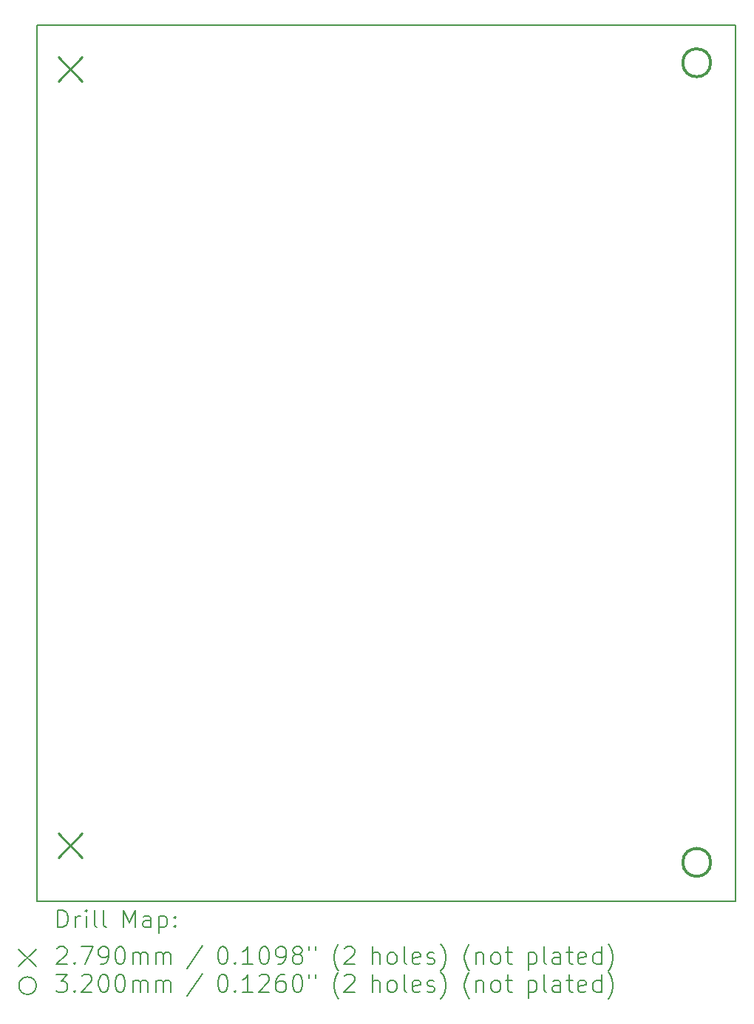
<source format=gbr>
%TF.GenerationSoftware,KiCad,Pcbnew,(7.0.0)*%
%TF.CreationDate,2023-12-30T21:58:16+02:00*%
%TF.ProjectId,alu,616c752e-6b69-4636-9164-5f7063625858,rev?*%
%TF.SameCoordinates,Original*%
%TF.FileFunction,Drillmap*%
%TF.FilePolarity,Positive*%
%FSLAX45Y45*%
G04 Gerber Fmt 4.5, Leading zero omitted, Abs format (unit mm)*
G04 Created by KiCad (PCBNEW (7.0.0)) date 2023-12-30 21:58:16*
%MOMM*%
%LPD*%
G01*
G04 APERTURE LIST*
%ADD10C,0.150000*%
%ADD11C,0.200000*%
%ADD12C,0.279000*%
%ADD13C,0.320000*%
G04 APERTURE END LIST*
D10*
X3810000Y-2667000D02*
X11811000Y-2667000D01*
X11811000Y-2667000D02*
X11811000Y-12700000D01*
X11811000Y-12700000D02*
X3810000Y-12700000D01*
X3810000Y-12700000D02*
X3810000Y-2667000D01*
D11*
D12*
X4051500Y-3035500D02*
X4330500Y-3314500D01*
X4330500Y-3035500D02*
X4051500Y-3314500D01*
X4051500Y-11925500D02*
X4330500Y-12204500D01*
X4330500Y-11925500D02*
X4051500Y-12204500D01*
D13*
X11526500Y-3098800D02*
G75*
G03*
X11526500Y-3098800I-160000J0D01*
G01*
X11526500Y-12255500D02*
G75*
G03*
X11526500Y-12255500I-160000J0D01*
G01*
D11*
X4050119Y-13000976D02*
X4050119Y-12800976D01*
X4050119Y-12800976D02*
X4097738Y-12800976D01*
X4097738Y-12800976D02*
X4126309Y-12810500D01*
X4126309Y-12810500D02*
X4145357Y-12829548D01*
X4145357Y-12829548D02*
X4154881Y-12848595D01*
X4154881Y-12848595D02*
X4164405Y-12886690D01*
X4164405Y-12886690D02*
X4164405Y-12915262D01*
X4164405Y-12915262D02*
X4154881Y-12953357D01*
X4154881Y-12953357D02*
X4145357Y-12972405D01*
X4145357Y-12972405D02*
X4126309Y-12991452D01*
X4126309Y-12991452D02*
X4097738Y-13000976D01*
X4097738Y-13000976D02*
X4050119Y-13000976D01*
X4250119Y-13000976D02*
X4250119Y-12867643D01*
X4250119Y-12905738D02*
X4259643Y-12886690D01*
X4259643Y-12886690D02*
X4269167Y-12877167D01*
X4269167Y-12877167D02*
X4288214Y-12867643D01*
X4288214Y-12867643D02*
X4307262Y-12867643D01*
X4373929Y-13000976D02*
X4373929Y-12867643D01*
X4373929Y-12800976D02*
X4364405Y-12810500D01*
X4364405Y-12810500D02*
X4373929Y-12820024D01*
X4373929Y-12820024D02*
X4383452Y-12810500D01*
X4383452Y-12810500D02*
X4373929Y-12800976D01*
X4373929Y-12800976D02*
X4373929Y-12820024D01*
X4497738Y-13000976D02*
X4478690Y-12991452D01*
X4478690Y-12991452D02*
X4469167Y-12972405D01*
X4469167Y-12972405D02*
X4469167Y-12800976D01*
X4602500Y-13000976D02*
X4583452Y-12991452D01*
X4583452Y-12991452D02*
X4573929Y-12972405D01*
X4573929Y-12972405D02*
X4573929Y-12800976D01*
X4798690Y-13000976D02*
X4798690Y-12800976D01*
X4798690Y-12800976D02*
X4865357Y-12943833D01*
X4865357Y-12943833D02*
X4932024Y-12800976D01*
X4932024Y-12800976D02*
X4932024Y-13000976D01*
X5112976Y-13000976D02*
X5112976Y-12896214D01*
X5112976Y-12896214D02*
X5103452Y-12877167D01*
X5103452Y-12877167D02*
X5084405Y-12867643D01*
X5084405Y-12867643D02*
X5046309Y-12867643D01*
X5046309Y-12867643D02*
X5027262Y-12877167D01*
X5112976Y-12991452D02*
X5093929Y-13000976D01*
X5093929Y-13000976D02*
X5046309Y-13000976D01*
X5046309Y-13000976D02*
X5027262Y-12991452D01*
X5027262Y-12991452D02*
X5017738Y-12972405D01*
X5017738Y-12972405D02*
X5017738Y-12953357D01*
X5017738Y-12953357D02*
X5027262Y-12934309D01*
X5027262Y-12934309D02*
X5046309Y-12924786D01*
X5046309Y-12924786D02*
X5093929Y-12924786D01*
X5093929Y-12924786D02*
X5112976Y-12915262D01*
X5208214Y-12867643D02*
X5208214Y-13067643D01*
X5208214Y-12877167D02*
X5227262Y-12867643D01*
X5227262Y-12867643D02*
X5265357Y-12867643D01*
X5265357Y-12867643D02*
X5284405Y-12877167D01*
X5284405Y-12877167D02*
X5293929Y-12886690D01*
X5293929Y-12886690D02*
X5303452Y-12905738D01*
X5303452Y-12905738D02*
X5303452Y-12962881D01*
X5303452Y-12962881D02*
X5293929Y-12981928D01*
X5293929Y-12981928D02*
X5284405Y-12991452D01*
X5284405Y-12991452D02*
X5265357Y-13000976D01*
X5265357Y-13000976D02*
X5227262Y-13000976D01*
X5227262Y-13000976D02*
X5208214Y-12991452D01*
X5389167Y-12981928D02*
X5398690Y-12991452D01*
X5398690Y-12991452D02*
X5389167Y-13000976D01*
X5389167Y-13000976D02*
X5379643Y-12991452D01*
X5379643Y-12991452D02*
X5389167Y-12981928D01*
X5389167Y-12981928D02*
X5389167Y-13000976D01*
X5389167Y-12877167D02*
X5398690Y-12886690D01*
X5398690Y-12886690D02*
X5389167Y-12896214D01*
X5389167Y-12896214D02*
X5379643Y-12886690D01*
X5379643Y-12886690D02*
X5389167Y-12877167D01*
X5389167Y-12877167D02*
X5389167Y-12896214D01*
X3602500Y-13247500D02*
X3802500Y-13447500D01*
X3802500Y-13247500D02*
X3602500Y-13447500D01*
X4040595Y-13240024D02*
X4050119Y-13230500D01*
X4050119Y-13230500D02*
X4069167Y-13220976D01*
X4069167Y-13220976D02*
X4116786Y-13220976D01*
X4116786Y-13220976D02*
X4135833Y-13230500D01*
X4135833Y-13230500D02*
X4145357Y-13240024D01*
X4145357Y-13240024D02*
X4154881Y-13259071D01*
X4154881Y-13259071D02*
X4154881Y-13278119D01*
X4154881Y-13278119D02*
X4145357Y-13306690D01*
X4145357Y-13306690D02*
X4031071Y-13420976D01*
X4031071Y-13420976D02*
X4154881Y-13420976D01*
X4240595Y-13401928D02*
X4250119Y-13411452D01*
X4250119Y-13411452D02*
X4240595Y-13420976D01*
X4240595Y-13420976D02*
X4231071Y-13411452D01*
X4231071Y-13411452D02*
X4240595Y-13401928D01*
X4240595Y-13401928D02*
X4240595Y-13420976D01*
X4316786Y-13220976D02*
X4450119Y-13220976D01*
X4450119Y-13220976D02*
X4364405Y-13420976D01*
X4535833Y-13420976D02*
X4573929Y-13420976D01*
X4573929Y-13420976D02*
X4592976Y-13411452D01*
X4592976Y-13411452D02*
X4602500Y-13401928D01*
X4602500Y-13401928D02*
X4621548Y-13373357D01*
X4621548Y-13373357D02*
X4631071Y-13335262D01*
X4631071Y-13335262D02*
X4631071Y-13259071D01*
X4631071Y-13259071D02*
X4621548Y-13240024D01*
X4621548Y-13240024D02*
X4612024Y-13230500D01*
X4612024Y-13230500D02*
X4592976Y-13220976D01*
X4592976Y-13220976D02*
X4554881Y-13220976D01*
X4554881Y-13220976D02*
X4535833Y-13230500D01*
X4535833Y-13230500D02*
X4526310Y-13240024D01*
X4526310Y-13240024D02*
X4516786Y-13259071D01*
X4516786Y-13259071D02*
X4516786Y-13306690D01*
X4516786Y-13306690D02*
X4526310Y-13325738D01*
X4526310Y-13325738D02*
X4535833Y-13335262D01*
X4535833Y-13335262D02*
X4554881Y-13344786D01*
X4554881Y-13344786D02*
X4592976Y-13344786D01*
X4592976Y-13344786D02*
X4612024Y-13335262D01*
X4612024Y-13335262D02*
X4621548Y-13325738D01*
X4621548Y-13325738D02*
X4631071Y-13306690D01*
X4754881Y-13220976D02*
X4773929Y-13220976D01*
X4773929Y-13220976D02*
X4792976Y-13230500D01*
X4792976Y-13230500D02*
X4802500Y-13240024D01*
X4802500Y-13240024D02*
X4812024Y-13259071D01*
X4812024Y-13259071D02*
X4821548Y-13297167D01*
X4821548Y-13297167D02*
X4821548Y-13344786D01*
X4821548Y-13344786D02*
X4812024Y-13382881D01*
X4812024Y-13382881D02*
X4802500Y-13401928D01*
X4802500Y-13401928D02*
X4792976Y-13411452D01*
X4792976Y-13411452D02*
X4773929Y-13420976D01*
X4773929Y-13420976D02*
X4754881Y-13420976D01*
X4754881Y-13420976D02*
X4735833Y-13411452D01*
X4735833Y-13411452D02*
X4726310Y-13401928D01*
X4726310Y-13401928D02*
X4716786Y-13382881D01*
X4716786Y-13382881D02*
X4707262Y-13344786D01*
X4707262Y-13344786D02*
X4707262Y-13297167D01*
X4707262Y-13297167D02*
X4716786Y-13259071D01*
X4716786Y-13259071D02*
X4726310Y-13240024D01*
X4726310Y-13240024D02*
X4735833Y-13230500D01*
X4735833Y-13230500D02*
X4754881Y-13220976D01*
X4907262Y-13420976D02*
X4907262Y-13287643D01*
X4907262Y-13306690D02*
X4916786Y-13297167D01*
X4916786Y-13297167D02*
X4935833Y-13287643D01*
X4935833Y-13287643D02*
X4964405Y-13287643D01*
X4964405Y-13287643D02*
X4983452Y-13297167D01*
X4983452Y-13297167D02*
X4992976Y-13316214D01*
X4992976Y-13316214D02*
X4992976Y-13420976D01*
X4992976Y-13316214D02*
X5002500Y-13297167D01*
X5002500Y-13297167D02*
X5021548Y-13287643D01*
X5021548Y-13287643D02*
X5050119Y-13287643D01*
X5050119Y-13287643D02*
X5069167Y-13297167D01*
X5069167Y-13297167D02*
X5078691Y-13316214D01*
X5078691Y-13316214D02*
X5078691Y-13420976D01*
X5173929Y-13420976D02*
X5173929Y-13287643D01*
X5173929Y-13306690D02*
X5183452Y-13297167D01*
X5183452Y-13297167D02*
X5202500Y-13287643D01*
X5202500Y-13287643D02*
X5231072Y-13287643D01*
X5231072Y-13287643D02*
X5250119Y-13297167D01*
X5250119Y-13297167D02*
X5259643Y-13316214D01*
X5259643Y-13316214D02*
X5259643Y-13420976D01*
X5259643Y-13316214D02*
X5269167Y-13297167D01*
X5269167Y-13297167D02*
X5288214Y-13287643D01*
X5288214Y-13287643D02*
X5316786Y-13287643D01*
X5316786Y-13287643D02*
X5335833Y-13297167D01*
X5335833Y-13297167D02*
X5345357Y-13316214D01*
X5345357Y-13316214D02*
X5345357Y-13420976D01*
X5703452Y-13211452D02*
X5532024Y-13468595D01*
X5928214Y-13220976D02*
X5947262Y-13220976D01*
X5947262Y-13220976D02*
X5966310Y-13230500D01*
X5966310Y-13230500D02*
X5975833Y-13240024D01*
X5975833Y-13240024D02*
X5985357Y-13259071D01*
X5985357Y-13259071D02*
X5994881Y-13297167D01*
X5994881Y-13297167D02*
X5994881Y-13344786D01*
X5994881Y-13344786D02*
X5985357Y-13382881D01*
X5985357Y-13382881D02*
X5975833Y-13401928D01*
X5975833Y-13401928D02*
X5966310Y-13411452D01*
X5966310Y-13411452D02*
X5947262Y-13420976D01*
X5947262Y-13420976D02*
X5928214Y-13420976D01*
X5928214Y-13420976D02*
X5909167Y-13411452D01*
X5909167Y-13411452D02*
X5899643Y-13401928D01*
X5899643Y-13401928D02*
X5890119Y-13382881D01*
X5890119Y-13382881D02*
X5880595Y-13344786D01*
X5880595Y-13344786D02*
X5880595Y-13297167D01*
X5880595Y-13297167D02*
X5890119Y-13259071D01*
X5890119Y-13259071D02*
X5899643Y-13240024D01*
X5899643Y-13240024D02*
X5909167Y-13230500D01*
X5909167Y-13230500D02*
X5928214Y-13220976D01*
X6080595Y-13401928D02*
X6090119Y-13411452D01*
X6090119Y-13411452D02*
X6080595Y-13420976D01*
X6080595Y-13420976D02*
X6071071Y-13411452D01*
X6071071Y-13411452D02*
X6080595Y-13401928D01*
X6080595Y-13401928D02*
X6080595Y-13420976D01*
X6280595Y-13420976D02*
X6166310Y-13420976D01*
X6223452Y-13420976D02*
X6223452Y-13220976D01*
X6223452Y-13220976D02*
X6204405Y-13249548D01*
X6204405Y-13249548D02*
X6185357Y-13268595D01*
X6185357Y-13268595D02*
X6166310Y-13278119D01*
X6404405Y-13220976D02*
X6423452Y-13220976D01*
X6423452Y-13220976D02*
X6442500Y-13230500D01*
X6442500Y-13230500D02*
X6452024Y-13240024D01*
X6452024Y-13240024D02*
X6461548Y-13259071D01*
X6461548Y-13259071D02*
X6471071Y-13297167D01*
X6471071Y-13297167D02*
X6471071Y-13344786D01*
X6471071Y-13344786D02*
X6461548Y-13382881D01*
X6461548Y-13382881D02*
X6452024Y-13401928D01*
X6452024Y-13401928D02*
X6442500Y-13411452D01*
X6442500Y-13411452D02*
X6423452Y-13420976D01*
X6423452Y-13420976D02*
X6404405Y-13420976D01*
X6404405Y-13420976D02*
X6385357Y-13411452D01*
X6385357Y-13411452D02*
X6375833Y-13401928D01*
X6375833Y-13401928D02*
X6366310Y-13382881D01*
X6366310Y-13382881D02*
X6356786Y-13344786D01*
X6356786Y-13344786D02*
X6356786Y-13297167D01*
X6356786Y-13297167D02*
X6366310Y-13259071D01*
X6366310Y-13259071D02*
X6375833Y-13240024D01*
X6375833Y-13240024D02*
X6385357Y-13230500D01*
X6385357Y-13230500D02*
X6404405Y-13220976D01*
X6566310Y-13420976D02*
X6604405Y-13420976D01*
X6604405Y-13420976D02*
X6623452Y-13411452D01*
X6623452Y-13411452D02*
X6632976Y-13401928D01*
X6632976Y-13401928D02*
X6652024Y-13373357D01*
X6652024Y-13373357D02*
X6661548Y-13335262D01*
X6661548Y-13335262D02*
X6661548Y-13259071D01*
X6661548Y-13259071D02*
X6652024Y-13240024D01*
X6652024Y-13240024D02*
X6642500Y-13230500D01*
X6642500Y-13230500D02*
X6623452Y-13220976D01*
X6623452Y-13220976D02*
X6585357Y-13220976D01*
X6585357Y-13220976D02*
X6566310Y-13230500D01*
X6566310Y-13230500D02*
X6556786Y-13240024D01*
X6556786Y-13240024D02*
X6547262Y-13259071D01*
X6547262Y-13259071D02*
X6547262Y-13306690D01*
X6547262Y-13306690D02*
X6556786Y-13325738D01*
X6556786Y-13325738D02*
X6566310Y-13335262D01*
X6566310Y-13335262D02*
X6585357Y-13344786D01*
X6585357Y-13344786D02*
X6623452Y-13344786D01*
X6623452Y-13344786D02*
X6642500Y-13335262D01*
X6642500Y-13335262D02*
X6652024Y-13325738D01*
X6652024Y-13325738D02*
X6661548Y-13306690D01*
X6775833Y-13306690D02*
X6756786Y-13297167D01*
X6756786Y-13297167D02*
X6747262Y-13287643D01*
X6747262Y-13287643D02*
X6737738Y-13268595D01*
X6737738Y-13268595D02*
X6737738Y-13259071D01*
X6737738Y-13259071D02*
X6747262Y-13240024D01*
X6747262Y-13240024D02*
X6756786Y-13230500D01*
X6756786Y-13230500D02*
X6775833Y-13220976D01*
X6775833Y-13220976D02*
X6813929Y-13220976D01*
X6813929Y-13220976D02*
X6832976Y-13230500D01*
X6832976Y-13230500D02*
X6842500Y-13240024D01*
X6842500Y-13240024D02*
X6852024Y-13259071D01*
X6852024Y-13259071D02*
X6852024Y-13268595D01*
X6852024Y-13268595D02*
X6842500Y-13287643D01*
X6842500Y-13287643D02*
X6832976Y-13297167D01*
X6832976Y-13297167D02*
X6813929Y-13306690D01*
X6813929Y-13306690D02*
X6775833Y-13306690D01*
X6775833Y-13306690D02*
X6756786Y-13316214D01*
X6756786Y-13316214D02*
X6747262Y-13325738D01*
X6747262Y-13325738D02*
X6737738Y-13344786D01*
X6737738Y-13344786D02*
X6737738Y-13382881D01*
X6737738Y-13382881D02*
X6747262Y-13401928D01*
X6747262Y-13401928D02*
X6756786Y-13411452D01*
X6756786Y-13411452D02*
X6775833Y-13420976D01*
X6775833Y-13420976D02*
X6813929Y-13420976D01*
X6813929Y-13420976D02*
X6832976Y-13411452D01*
X6832976Y-13411452D02*
X6842500Y-13401928D01*
X6842500Y-13401928D02*
X6852024Y-13382881D01*
X6852024Y-13382881D02*
X6852024Y-13344786D01*
X6852024Y-13344786D02*
X6842500Y-13325738D01*
X6842500Y-13325738D02*
X6832976Y-13316214D01*
X6832976Y-13316214D02*
X6813929Y-13306690D01*
X6928214Y-13220976D02*
X6928214Y-13259071D01*
X7004405Y-13220976D02*
X7004405Y-13259071D01*
X7267262Y-13497167D02*
X7257738Y-13487643D01*
X7257738Y-13487643D02*
X7238691Y-13459071D01*
X7238691Y-13459071D02*
X7229167Y-13440024D01*
X7229167Y-13440024D02*
X7219643Y-13411452D01*
X7219643Y-13411452D02*
X7210119Y-13363833D01*
X7210119Y-13363833D02*
X7210119Y-13325738D01*
X7210119Y-13325738D02*
X7219643Y-13278119D01*
X7219643Y-13278119D02*
X7229167Y-13249548D01*
X7229167Y-13249548D02*
X7238691Y-13230500D01*
X7238691Y-13230500D02*
X7257738Y-13201928D01*
X7257738Y-13201928D02*
X7267262Y-13192405D01*
X7333929Y-13240024D02*
X7343452Y-13230500D01*
X7343452Y-13230500D02*
X7362500Y-13220976D01*
X7362500Y-13220976D02*
X7410119Y-13220976D01*
X7410119Y-13220976D02*
X7429167Y-13230500D01*
X7429167Y-13230500D02*
X7438691Y-13240024D01*
X7438691Y-13240024D02*
X7448214Y-13259071D01*
X7448214Y-13259071D02*
X7448214Y-13278119D01*
X7448214Y-13278119D02*
X7438691Y-13306690D01*
X7438691Y-13306690D02*
X7324405Y-13420976D01*
X7324405Y-13420976D02*
X7448214Y-13420976D01*
X7653929Y-13420976D02*
X7653929Y-13220976D01*
X7739643Y-13420976D02*
X7739643Y-13316214D01*
X7739643Y-13316214D02*
X7730119Y-13297167D01*
X7730119Y-13297167D02*
X7711072Y-13287643D01*
X7711072Y-13287643D02*
X7682500Y-13287643D01*
X7682500Y-13287643D02*
X7663452Y-13297167D01*
X7663452Y-13297167D02*
X7653929Y-13306690D01*
X7863452Y-13420976D02*
X7844405Y-13411452D01*
X7844405Y-13411452D02*
X7834881Y-13401928D01*
X7834881Y-13401928D02*
X7825357Y-13382881D01*
X7825357Y-13382881D02*
X7825357Y-13325738D01*
X7825357Y-13325738D02*
X7834881Y-13306690D01*
X7834881Y-13306690D02*
X7844405Y-13297167D01*
X7844405Y-13297167D02*
X7863452Y-13287643D01*
X7863452Y-13287643D02*
X7892024Y-13287643D01*
X7892024Y-13287643D02*
X7911072Y-13297167D01*
X7911072Y-13297167D02*
X7920595Y-13306690D01*
X7920595Y-13306690D02*
X7930119Y-13325738D01*
X7930119Y-13325738D02*
X7930119Y-13382881D01*
X7930119Y-13382881D02*
X7920595Y-13401928D01*
X7920595Y-13401928D02*
X7911072Y-13411452D01*
X7911072Y-13411452D02*
X7892024Y-13420976D01*
X7892024Y-13420976D02*
X7863452Y-13420976D01*
X8044405Y-13420976D02*
X8025357Y-13411452D01*
X8025357Y-13411452D02*
X8015833Y-13392405D01*
X8015833Y-13392405D02*
X8015833Y-13220976D01*
X8196786Y-13411452D02*
X8177738Y-13420976D01*
X8177738Y-13420976D02*
X8139643Y-13420976D01*
X8139643Y-13420976D02*
X8120595Y-13411452D01*
X8120595Y-13411452D02*
X8111072Y-13392405D01*
X8111072Y-13392405D02*
X8111072Y-13316214D01*
X8111072Y-13316214D02*
X8120595Y-13297167D01*
X8120595Y-13297167D02*
X8139643Y-13287643D01*
X8139643Y-13287643D02*
X8177738Y-13287643D01*
X8177738Y-13287643D02*
X8196786Y-13297167D01*
X8196786Y-13297167D02*
X8206310Y-13316214D01*
X8206310Y-13316214D02*
X8206310Y-13335262D01*
X8206310Y-13335262D02*
X8111072Y-13354309D01*
X8282500Y-13411452D02*
X8301548Y-13420976D01*
X8301548Y-13420976D02*
X8339643Y-13420976D01*
X8339643Y-13420976D02*
X8358691Y-13411452D01*
X8358691Y-13411452D02*
X8368214Y-13392405D01*
X8368214Y-13392405D02*
X8368214Y-13382881D01*
X8368214Y-13382881D02*
X8358691Y-13363833D01*
X8358691Y-13363833D02*
X8339643Y-13354309D01*
X8339643Y-13354309D02*
X8311072Y-13354309D01*
X8311072Y-13354309D02*
X8292024Y-13344786D01*
X8292024Y-13344786D02*
X8282500Y-13325738D01*
X8282500Y-13325738D02*
X8282500Y-13316214D01*
X8282500Y-13316214D02*
X8292024Y-13297167D01*
X8292024Y-13297167D02*
X8311072Y-13287643D01*
X8311072Y-13287643D02*
X8339643Y-13287643D01*
X8339643Y-13287643D02*
X8358691Y-13297167D01*
X8434881Y-13497167D02*
X8444405Y-13487643D01*
X8444405Y-13487643D02*
X8463453Y-13459071D01*
X8463453Y-13459071D02*
X8472976Y-13440024D01*
X8472976Y-13440024D02*
X8482500Y-13411452D01*
X8482500Y-13411452D02*
X8492024Y-13363833D01*
X8492024Y-13363833D02*
X8492024Y-13325738D01*
X8492024Y-13325738D02*
X8482500Y-13278119D01*
X8482500Y-13278119D02*
X8472976Y-13249548D01*
X8472976Y-13249548D02*
X8463453Y-13230500D01*
X8463453Y-13230500D02*
X8444405Y-13201928D01*
X8444405Y-13201928D02*
X8434881Y-13192405D01*
X8764405Y-13497167D02*
X8754881Y-13487643D01*
X8754881Y-13487643D02*
X8735834Y-13459071D01*
X8735834Y-13459071D02*
X8726310Y-13440024D01*
X8726310Y-13440024D02*
X8716786Y-13411452D01*
X8716786Y-13411452D02*
X8707262Y-13363833D01*
X8707262Y-13363833D02*
X8707262Y-13325738D01*
X8707262Y-13325738D02*
X8716786Y-13278119D01*
X8716786Y-13278119D02*
X8726310Y-13249548D01*
X8726310Y-13249548D02*
X8735834Y-13230500D01*
X8735834Y-13230500D02*
X8754881Y-13201928D01*
X8754881Y-13201928D02*
X8764405Y-13192405D01*
X8840595Y-13287643D02*
X8840595Y-13420976D01*
X8840595Y-13306690D02*
X8850119Y-13297167D01*
X8850119Y-13297167D02*
X8869167Y-13287643D01*
X8869167Y-13287643D02*
X8897738Y-13287643D01*
X8897738Y-13287643D02*
X8916786Y-13297167D01*
X8916786Y-13297167D02*
X8926310Y-13316214D01*
X8926310Y-13316214D02*
X8926310Y-13420976D01*
X9050119Y-13420976D02*
X9031072Y-13411452D01*
X9031072Y-13411452D02*
X9021548Y-13401928D01*
X9021548Y-13401928D02*
X9012024Y-13382881D01*
X9012024Y-13382881D02*
X9012024Y-13325738D01*
X9012024Y-13325738D02*
X9021548Y-13306690D01*
X9021548Y-13306690D02*
X9031072Y-13297167D01*
X9031072Y-13297167D02*
X9050119Y-13287643D01*
X9050119Y-13287643D02*
X9078691Y-13287643D01*
X9078691Y-13287643D02*
X9097738Y-13297167D01*
X9097738Y-13297167D02*
X9107262Y-13306690D01*
X9107262Y-13306690D02*
X9116786Y-13325738D01*
X9116786Y-13325738D02*
X9116786Y-13382881D01*
X9116786Y-13382881D02*
X9107262Y-13401928D01*
X9107262Y-13401928D02*
X9097738Y-13411452D01*
X9097738Y-13411452D02*
X9078691Y-13420976D01*
X9078691Y-13420976D02*
X9050119Y-13420976D01*
X9173929Y-13287643D02*
X9250119Y-13287643D01*
X9202500Y-13220976D02*
X9202500Y-13392405D01*
X9202500Y-13392405D02*
X9212024Y-13411452D01*
X9212024Y-13411452D02*
X9231072Y-13420976D01*
X9231072Y-13420976D02*
X9250119Y-13420976D01*
X9436786Y-13287643D02*
X9436786Y-13487643D01*
X9436786Y-13297167D02*
X9455834Y-13287643D01*
X9455834Y-13287643D02*
X9493929Y-13287643D01*
X9493929Y-13287643D02*
X9512976Y-13297167D01*
X9512976Y-13297167D02*
X9522500Y-13306690D01*
X9522500Y-13306690D02*
X9532024Y-13325738D01*
X9532024Y-13325738D02*
X9532024Y-13382881D01*
X9532024Y-13382881D02*
X9522500Y-13401928D01*
X9522500Y-13401928D02*
X9512976Y-13411452D01*
X9512976Y-13411452D02*
X9493929Y-13420976D01*
X9493929Y-13420976D02*
X9455834Y-13420976D01*
X9455834Y-13420976D02*
X9436786Y-13411452D01*
X9646310Y-13420976D02*
X9627262Y-13411452D01*
X9627262Y-13411452D02*
X9617738Y-13392405D01*
X9617738Y-13392405D02*
X9617738Y-13220976D01*
X9808215Y-13420976D02*
X9808215Y-13316214D01*
X9808215Y-13316214D02*
X9798691Y-13297167D01*
X9798691Y-13297167D02*
X9779643Y-13287643D01*
X9779643Y-13287643D02*
X9741548Y-13287643D01*
X9741548Y-13287643D02*
X9722500Y-13297167D01*
X9808215Y-13411452D02*
X9789167Y-13420976D01*
X9789167Y-13420976D02*
X9741548Y-13420976D01*
X9741548Y-13420976D02*
X9722500Y-13411452D01*
X9722500Y-13411452D02*
X9712976Y-13392405D01*
X9712976Y-13392405D02*
X9712976Y-13373357D01*
X9712976Y-13373357D02*
X9722500Y-13354309D01*
X9722500Y-13354309D02*
X9741548Y-13344786D01*
X9741548Y-13344786D02*
X9789167Y-13344786D01*
X9789167Y-13344786D02*
X9808215Y-13335262D01*
X9874881Y-13287643D02*
X9951072Y-13287643D01*
X9903453Y-13220976D02*
X9903453Y-13392405D01*
X9903453Y-13392405D02*
X9912976Y-13411452D01*
X9912976Y-13411452D02*
X9932024Y-13420976D01*
X9932024Y-13420976D02*
X9951072Y-13420976D01*
X10093929Y-13411452D02*
X10074881Y-13420976D01*
X10074881Y-13420976D02*
X10036786Y-13420976D01*
X10036786Y-13420976D02*
X10017738Y-13411452D01*
X10017738Y-13411452D02*
X10008215Y-13392405D01*
X10008215Y-13392405D02*
X10008215Y-13316214D01*
X10008215Y-13316214D02*
X10017738Y-13297167D01*
X10017738Y-13297167D02*
X10036786Y-13287643D01*
X10036786Y-13287643D02*
X10074881Y-13287643D01*
X10074881Y-13287643D02*
X10093929Y-13297167D01*
X10093929Y-13297167D02*
X10103453Y-13316214D01*
X10103453Y-13316214D02*
X10103453Y-13335262D01*
X10103453Y-13335262D02*
X10008215Y-13354309D01*
X10274881Y-13420976D02*
X10274881Y-13220976D01*
X10274881Y-13411452D02*
X10255834Y-13420976D01*
X10255834Y-13420976D02*
X10217738Y-13420976D01*
X10217738Y-13420976D02*
X10198691Y-13411452D01*
X10198691Y-13411452D02*
X10189167Y-13401928D01*
X10189167Y-13401928D02*
X10179643Y-13382881D01*
X10179643Y-13382881D02*
X10179643Y-13325738D01*
X10179643Y-13325738D02*
X10189167Y-13306690D01*
X10189167Y-13306690D02*
X10198691Y-13297167D01*
X10198691Y-13297167D02*
X10217738Y-13287643D01*
X10217738Y-13287643D02*
X10255834Y-13287643D01*
X10255834Y-13287643D02*
X10274881Y-13297167D01*
X10351072Y-13497167D02*
X10360596Y-13487643D01*
X10360596Y-13487643D02*
X10379643Y-13459071D01*
X10379643Y-13459071D02*
X10389167Y-13440024D01*
X10389167Y-13440024D02*
X10398691Y-13411452D01*
X10398691Y-13411452D02*
X10408215Y-13363833D01*
X10408215Y-13363833D02*
X10408215Y-13325738D01*
X10408215Y-13325738D02*
X10398691Y-13278119D01*
X10398691Y-13278119D02*
X10389167Y-13249548D01*
X10389167Y-13249548D02*
X10379643Y-13230500D01*
X10379643Y-13230500D02*
X10360596Y-13201928D01*
X10360596Y-13201928D02*
X10351072Y-13192405D01*
X3802500Y-13667500D02*
G75*
G03*
X3802500Y-13667500I-100000J0D01*
G01*
X4031071Y-13540976D02*
X4154881Y-13540976D01*
X4154881Y-13540976D02*
X4088214Y-13617167D01*
X4088214Y-13617167D02*
X4116786Y-13617167D01*
X4116786Y-13617167D02*
X4135833Y-13626690D01*
X4135833Y-13626690D02*
X4145357Y-13636214D01*
X4145357Y-13636214D02*
X4154881Y-13655262D01*
X4154881Y-13655262D02*
X4154881Y-13702881D01*
X4154881Y-13702881D02*
X4145357Y-13721928D01*
X4145357Y-13721928D02*
X4135833Y-13731452D01*
X4135833Y-13731452D02*
X4116786Y-13740976D01*
X4116786Y-13740976D02*
X4059643Y-13740976D01*
X4059643Y-13740976D02*
X4040595Y-13731452D01*
X4040595Y-13731452D02*
X4031071Y-13721928D01*
X4240595Y-13721928D02*
X4250119Y-13731452D01*
X4250119Y-13731452D02*
X4240595Y-13740976D01*
X4240595Y-13740976D02*
X4231071Y-13731452D01*
X4231071Y-13731452D02*
X4240595Y-13721928D01*
X4240595Y-13721928D02*
X4240595Y-13740976D01*
X4326310Y-13560024D02*
X4335833Y-13550500D01*
X4335833Y-13550500D02*
X4354881Y-13540976D01*
X4354881Y-13540976D02*
X4402500Y-13540976D01*
X4402500Y-13540976D02*
X4421548Y-13550500D01*
X4421548Y-13550500D02*
X4431071Y-13560024D01*
X4431071Y-13560024D02*
X4440595Y-13579071D01*
X4440595Y-13579071D02*
X4440595Y-13598119D01*
X4440595Y-13598119D02*
X4431071Y-13626690D01*
X4431071Y-13626690D02*
X4316786Y-13740976D01*
X4316786Y-13740976D02*
X4440595Y-13740976D01*
X4564405Y-13540976D02*
X4583452Y-13540976D01*
X4583452Y-13540976D02*
X4602500Y-13550500D01*
X4602500Y-13550500D02*
X4612024Y-13560024D01*
X4612024Y-13560024D02*
X4621548Y-13579071D01*
X4621548Y-13579071D02*
X4631071Y-13617167D01*
X4631071Y-13617167D02*
X4631071Y-13664786D01*
X4631071Y-13664786D02*
X4621548Y-13702881D01*
X4621548Y-13702881D02*
X4612024Y-13721928D01*
X4612024Y-13721928D02*
X4602500Y-13731452D01*
X4602500Y-13731452D02*
X4583452Y-13740976D01*
X4583452Y-13740976D02*
X4564405Y-13740976D01*
X4564405Y-13740976D02*
X4545357Y-13731452D01*
X4545357Y-13731452D02*
X4535833Y-13721928D01*
X4535833Y-13721928D02*
X4526310Y-13702881D01*
X4526310Y-13702881D02*
X4516786Y-13664786D01*
X4516786Y-13664786D02*
X4516786Y-13617167D01*
X4516786Y-13617167D02*
X4526310Y-13579071D01*
X4526310Y-13579071D02*
X4535833Y-13560024D01*
X4535833Y-13560024D02*
X4545357Y-13550500D01*
X4545357Y-13550500D02*
X4564405Y-13540976D01*
X4754881Y-13540976D02*
X4773929Y-13540976D01*
X4773929Y-13540976D02*
X4792976Y-13550500D01*
X4792976Y-13550500D02*
X4802500Y-13560024D01*
X4802500Y-13560024D02*
X4812024Y-13579071D01*
X4812024Y-13579071D02*
X4821548Y-13617167D01*
X4821548Y-13617167D02*
X4821548Y-13664786D01*
X4821548Y-13664786D02*
X4812024Y-13702881D01*
X4812024Y-13702881D02*
X4802500Y-13721928D01*
X4802500Y-13721928D02*
X4792976Y-13731452D01*
X4792976Y-13731452D02*
X4773929Y-13740976D01*
X4773929Y-13740976D02*
X4754881Y-13740976D01*
X4754881Y-13740976D02*
X4735833Y-13731452D01*
X4735833Y-13731452D02*
X4726310Y-13721928D01*
X4726310Y-13721928D02*
X4716786Y-13702881D01*
X4716786Y-13702881D02*
X4707262Y-13664786D01*
X4707262Y-13664786D02*
X4707262Y-13617167D01*
X4707262Y-13617167D02*
X4716786Y-13579071D01*
X4716786Y-13579071D02*
X4726310Y-13560024D01*
X4726310Y-13560024D02*
X4735833Y-13550500D01*
X4735833Y-13550500D02*
X4754881Y-13540976D01*
X4907262Y-13740976D02*
X4907262Y-13607643D01*
X4907262Y-13626690D02*
X4916786Y-13617167D01*
X4916786Y-13617167D02*
X4935833Y-13607643D01*
X4935833Y-13607643D02*
X4964405Y-13607643D01*
X4964405Y-13607643D02*
X4983452Y-13617167D01*
X4983452Y-13617167D02*
X4992976Y-13636214D01*
X4992976Y-13636214D02*
X4992976Y-13740976D01*
X4992976Y-13636214D02*
X5002500Y-13617167D01*
X5002500Y-13617167D02*
X5021548Y-13607643D01*
X5021548Y-13607643D02*
X5050119Y-13607643D01*
X5050119Y-13607643D02*
X5069167Y-13617167D01*
X5069167Y-13617167D02*
X5078691Y-13636214D01*
X5078691Y-13636214D02*
X5078691Y-13740976D01*
X5173929Y-13740976D02*
X5173929Y-13607643D01*
X5173929Y-13626690D02*
X5183452Y-13617167D01*
X5183452Y-13617167D02*
X5202500Y-13607643D01*
X5202500Y-13607643D02*
X5231072Y-13607643D01*
X5231072Y-13607643D02*
X5250119Y-13617167D01*
X5250119Y-13617167D02*
X5259643Y-13636214D01*
X5259643Y-13636214D02*
X5259643Y-13740976D01*
X5259643Y-13636214D02*
X5269167Y-13617167D01*
X5269167Y-13617167D02*
X5288214Y-13607643D01*
X5288214Y-13607643D02*
X5316786Y-13607643D01*
X5316786Y-13607643D02*
X5335833Y-13617167D01*
X5335833Y-13617167D02*
X5345357Y-13636214D01*
X5345357Y-13636214D02*
X5345357Y-13740976D01*
X5703452Y-13531452D02*
X5532024Y-13788595D01*
X5928214Y-13540976D02*
X5947262Y-13540976D01*
X5947262Y-13540976D02*
X5966310Y-13550500D01*
X5966310Y-13550500D02*
X5975833Y-13560024D01*
X5975833Y-13560024D02*
X5985357Y-13579071D01*
X5985357Y-13579071D02*
X5994881Y-13617167D01*
X5994881Y-13617167D02*
X5994881Y-13664786D01*
X5994881Y-13664786D02*
X5985357Y-13702881D01*
X5985357Y-13702881D02*
X5975833Y-13721928D01*
X5975833Y-13721928D02*
X5966310Y-13731452D01*
X5966310Y-13731452D02*
X5947262Y-13740976D01*
X5947262Y-13740976D02*
X5928214Y-13740976D01*
X5928214Y-13740976D02*
X5909167Y-13731452D01*
X5909167Y-13731452D02*
X5899643Y-13721928D01*
X5899643Y-13721928D02*
X5890119Y-13702881D01*
X5890119Y-13702881D02*
X5880595Y-13664786D01*
X5880595Y-13664786D02*
X5880595Y-13617167D01*
X5880595Y-13617167D02*
X5890119Y-13579071D01*
X5890119Y-13579071D02*
X5899643Y-13560024D01*
X5899643Y-13560024D02*
X5909167Y-13550500D01*
X5909167Y-13550500D02*
X5928214Y-13540976D01*
X6080595Y-13721928D02*
X6090119Y-13731452D01*
X6090119Y-13731452D02*
X6080595Y-13740976D01*
X6080595Y-13740976D02*
X6071071Y-13731452D01*
X6071071Y-13731452D02*
X6080595Y-13721928D01*
X6080595Y-13721928D02*
X6080595Y-13740976D01*
X6280595Y-13740976D02*
X6166310Y-13740976D01*
X6223452Y-13740976D02*
X6223452Y-13540976D01*
X6223452Y-13540976D02*
X6204405Y-13569548D01*
X6204405Y-13569548D02*
X6185357Y-13588595D01*
X6185357Y-13588595D02*
X6166310Y-13598119D01*
X6356786Y-13560024D02*
X6366310Y-13550500D01*
X6366310Y-13550500D02*
X6385357Y-13540976D01*
X6385357Y-13540976D02*
X6432976Y-13540976D01*
X6432976Y-13540976D02*
X6452024Y-13550500D01*
X6452024Y-13550500D02*
X6461548Y-13560024D01*
X6461548Y-13560024D02*
X6471071Y-13579071D01*
X6471071Y-13579071D02*
X6471071Y-13598119D01*
X6471071Y-13598119D02*
X6461548Y-13626690D01*
X6461548Y-13626690D02*
X6347262Y-13740976D01*
X6347262Y-13740976D02*
X6471071Y-13740976D01*
X6642500Y-13540976D02*
X6604405Y-13540976D01*
X6604405Y-13540976D02*
X6585357Y-13550500D01*
X6585357Y-13550500D02*
X6575833Y-13560024D01*
X6575833Y-13560024D02*
X6556786Y-13588595D01*
X6556786Y-13588595D02*
X6547262Y-13626690D01*
X6547262Y-13626690D02*
X6547262Y-13702881D01*
X6547262Y-13702881D02*
X6556786Y-13721928D01*
X6556786Y-13721928D02*
X6566310Y-13731452D01*
X6566310Y-13731452D02*
X6585357Y-13740976D01*
X6585357Y-13740976D02*
X6623452Y-13740976D01*
X6623452Y-13740976D02*
X6642500Y-13731452D01*
X6642500Y-13731452D02*
X6652024Y-13721928D01*
X6652024Y-13721928D02*
X6661548Y-13702881D01*
X6661548Y-13702881D02*
X6661548Y-13655262D01*
X6661548Y-13655262D02*
X6652024Y-13636214D01*
X6652024Y-13636214D02*
X6642500Y-13626690D01*
X6642500Y-13626690D02*
X6623452Y-13617167D01*
X6623452Y-13617167D02*
X6585357Y-13617167D01*
X6585357Y-13617167D02*
X6566310Y-13626690D01*
X6566310Y-13626690D02*
X6556786Y-13636214D01*
X6556786Y-13636214D02*
X6547262Y-13655262D01*
X6785357Y-13540976D02*
X6804405Y-13540976D01*
X6804405Y-13540976D02*
X6823452Y-13550500D01*
X6823452Y-13550500D02*
X6832976Y-13560024D01*
X6832976Y-13560024D02*
X6842500Y-13579071D01*
X6842500Y-13579071D02*
X6852024Y-13617167D01*
X6852024Y-13617167D02*
X6852024Y-13664786D01*
X6852024Y-13664786D02*
X6842500Y-13702881D01*
X6842500Y-13702881D02*
X6832976Y-13721928D01*
X6832976Y-13721928D02*
X6823452Y-13731452D01*
X6823452Y-13731452D02*
X6804405Y-13740976D01*
X6804405Y-13740976D02*
X6785357Y-13740976D01*
X6785357Y-13740976D02*
X6766310Y-13731452D01*
X6766310Y-13731452D02*
X6756786Y-13721928D01*
X6756786Y-13721928D02*
X6747262Y-13702881D01*
X6747262Y-13702881D02*
X6737738Y-13664786D01*
X6737738Y-13664786D02*
X6737738Y-13617167D01*
X6737738Y-13617167D02*
X6747262Y-13579071D01*
X6747262Y-13579071D02*
X6756786Y-13560024D01*
X6756786Y-13560024D02*
X6766310Y-13550500D01*
X6766310Y-13550500D02*
X6785357Y-13540976D01*
X6928214Y-13540976D02*
X6928214Y-13579071D01*
X7004405Y-13540976D02*
X7004405Y-13579071D01*
X7267262Y-13817167D02*
X7257738Y-13807643D01*
X7257738Y-13807643D02*
X7238691Y-13779071D01*
X7238691Y-13779071D02*
X7229167Y-13760024D01*
X7229167Y-13760024D02*
X7219643Y-13731452D01*
X7219643Y-13731452D02*
X7210119Y-13683833D01*
X7210119Y-13683833D02*
X7210119Y-13645738D01*
X7210119Y-13645738D02*
X7219643Y-13598119D01*
X7219643Y-13598119D02*
X7229167Y-13569548D01*
X7229167Y-13569548D02*
X7238691Y-13550500D01*
X7238691Y-13550500D02*
X7257738Y-13521928D01*
X7257738Y-13521928D02*
X7267262Y-13512405D01*
X7333929Y-13560024D02*
X7343452Y-13550500D01*
X7343452Y-13550500D02*
X7362500Y-13540976D01*
X7362500Y-13540976D02*
X7410119Y-13540976D01*
X7410119Y-13540976D02*
X7429167Y-13550500D01*
X7429167Y-13550500D02*
X7438691Y-13560024D01*
X7438691Y-13560024D02*
X7448214Y-13579071D01*
X7448214Y-13579071D02*
X7448214Y-13598119D01*
X7448214Y-13598119D02*
X7438691Y-13626690D01*
X7438691Y-13626690D02*
X7324405Y-13740976D01*
X7324405Y-13740976D02*
X7448214Y-13740976D01*
X7653929Y-13740976D02*
X7653929Y-13540976D01*
X7739643Y-13740976D02*
X7739643Y-13636214D01*
X7739643Y-13636214D02*
X7730119Y-13617167D01*
X7730119Y-13617167D02*
X7711072Y-13607643D01*
X7711072Y-13607643D02*
X7682500Y-13607643D01*
X7682500Y-13607643D02*
X7663452Y-13617167D01*
X7663452Y-13617167D02*
X7653929Y-13626690D01*
X7863452Y-13740976D02*
X7844405Y-13731452D01*
X7844405Y-13731452D02*
X7834881Y-13721928D01*
X7834881Y-13721928D02*
X7825357Y-13702881D01*
X7825357Y-13702881D02*
X7825357Y-13645738D01*
X7825357Y-13645738D02*
X7834881Y-13626690D01*
X7834881Y-13626690D02*
X7844405Y-13617167D01*
X7844405Y-13617167D02*
X7863452Y-13607643D01*
X7863452Y-13607643D02*
X7892024Y-13607643D01*
X7892024Y-13607643D02*
X7911072Y-13617167D01*
X7911072Y-13617167D02*
X7920595Y-13626690D01*
X7920595Y-13626690D02*
X7930119Y-13645738D01*
X7930119Y-13645738D02*
X7930119Y-13702881D01*
X7930119Y-13702881D02*
X7920595Y-13721928D01*
X7920595Y-13721928D02*
X7911072Y-13731452D01*
X7911072Y-13731452D02*
X7892024Y-13740976D01*
X7892024Y-13740976D02*
X7863452Y-13740976D01*
X8044405Y-13740976D02*
X8025357Y-13731452D01*
X8025357Y-13731452D02*
X8015833Y-13712405D01*
X8015833Y-13712405D02*
X8015833Y-13540976D01*
X8196786Y-13731452D02*
X8177738Y-13740976D01*
X8177738Y-13740976D02*
X8139643Y-13740976D01*
X8139643Y-13740976D02*
X8120595Y-13731452D01*
X8120595Y-13731452D02*
X8111072Y-13712405D01*
X8111072Y-13712405D02*
X8111072Y-13636214D01*
X8111072Y-13636214D02*
X8120595Y-13617167D01*
X8120595Y-13617167D02*
X8139643Y-13607643D01*
X8139643Y-13607643D02*
X8177738Y-13607643D01*
X8177738Y-13607643D02*
X8196786Y-13617167D01*
X8196786Y-13617167D02*
X8206310Y-13636214D01*
X8206310Y-13636214D02*
X8206310Y-13655262D01*
X8206310Y-13655262D02*
X8111072Y-13674309D01*
X8282500Y-13731452D02*
X8301548Y-13740976D01*
X8301548Y-13740976D02*
X8339643Y-13740976D01*
X8339643Y-13740976D02*
X8358691Y-13731452D01*
X8358691Y-13731452D02*
X8368214Y-13712405D01*
X8368214Y-13712405D02*
X8368214Y-13702881D01*
X8368214Y-13702881D02*
X8358691Y-13683833D01*
X8358691Y-13683833D02*
X8339643Y-13674309D01*
X8339643Y-13674309D02*
X8311072Y-13674309D01*
X8311072Y-13674309D02*
X8292024Y-13664786D01*
X8292024Y-13664786D02*
X8282500Y-13645738D01*
X8282500Y-13645738D02*
X8282500Y-13636214D01*
X8282500Y-13636214D02*
X8292024Y-13617167D01*
X8292024Y-13617167D02*
X8311072Y-13607643D01*
X8311072Y-13607643D02*
X8339643Y-13607643D01*
X8339643Y-13607643D02*
X8358691Y-13617167D01*
X8434881Y-13817167D02*
X8444405Y-13807643D01*
X8444405Y-13807643D02*
X8463453Y-13779071D01*
X8463453Y-13779071D02*
X8472976Y-13760024D01*
X8472976Y-13760024D02*
X8482500Y-13731452D01*
X8482500Y-13731452D02*
X8492024Y-13683833D01*
X8492024Y-13683833D02*
X8492024Y-13645738D01*
X8492024Y-13645738D02*
X8482500Y-13598119D01*
X8482500Y-13598119D02*
X8472976Y-13569548D01*
X8472976Y-13569548D02*
X8463453Y-13550500D01*
X8463453Y-13550500D02*
X8444405Y-13521928D01*
X8444405Y-13521928D02*
X8434881Y-13512405D01*
X8764405Y-13817167D02*
X8754881Y-13807643D01*
X8754881Y-13807643D02*
X8735834Y-13779071D01*
X8735834Y-13779071D02*
X8726310Y-13760024D01*
X8726310Y-13760024D02*
X8716786Y-13731452D01*
X8716786Y-13731452D02*
X8707262Y-13683833D01*
X8707262Y-13683833D02*
X8707262Y-13645738D01*
X8707262Y-13645738D02*
X8716786Y-13598119D01*
X8716786Y-13598119D02*
X8726310Y-13569548D01*
X8726310Y-13569548D02*
X8735834Y-13550500D01*
X8735834Y-13550500D02*
X8754881Y-13521928D01*
X8754881Y-13521928D02*
X8764405Y-13512405D01*
X8840595Y-13607643D02*
X8840595Y-13740976D01*
X8840595Y-13626690D02*
X8850119Y-13617167D01*
X8850119Y-13617167D02*
X8869167Y-13607643D01*
X8869167Y-13607643D02*
X8897738Y-13607643D01*
X8897738Y-13607643D02*
X8916786Y-13617167D01*
X8916786Y-13617167D02*
X8926310Y-13636214D01*
X8926310Y-13636214D02*
X8926310Y-13740976D01*
X9050119Y-13740976D02*
X9031072Y-13731452D01*
X9031072Y-13731452D02*
X9021548Y-13721928D01*
X9021548Y-13721928D02*
X9012024Y-13702881D01*
X9012024Y-13702881D02*
X9012024Y-13645738D01*
X9012024Y-13645738D02*
X9021548Y-13626690D01*
X9021548Y-13626690D02*
X9031072Y-13617167D01*
X9031072Y-13617167D02*
X9050119Y-13607643D01*
X9050119Y-13607643D02*
X9078691Y-13607643D01*
X9078691Y-13607643D02*
X9097738Y-13617167D01*
X9097738Y-13617167D02*
X9107262Y-13626690D01*
X9107262Y-13626690D02*
X9116786Y-13645738D01*
X9116786Y-13645738D02*
X9116786Y-13702881D01*
X9116786Y-13702881D02*
X9107262Y-13721928D01*
X9107262Y-13721928D02*
X9097738Y-13731452D01*
X9097738Y-13731452D02*
X9078691Y-13740976D01*
X9078691Y-13740976D02*
X9050119Y-13740976D01*
X9173929Y-13607643D02*
X9250119Y-13607643D01*
X9202500Y-13540976D02*
X9202500Y-13712405D01*
X9202500Y-13712405D02*
X9212024Y-13731452D01*
X9212024Y-13731452D02*
X9231072Y-13740976D01*
X9231072Y-13740976D02*
X9250119Y-13740976D01*
X9436786Y-13607643D02*
X9436786Y-13807643D01*
X9436786Y-13617167D02*
X9455834Y-13607643D01*
X9455834Y-13607643D02*
X9493929Y-13607643D01*
X9493929Y-13607643D02*
X9512976Y-13617167D01*
X9512976Y-13617167D02*
X9522500Y-13626690D01*
X9522500Y-13626690D02*
X9532024Y-13645738D01*
X9532024Y-13645738D02*
X9532024Y-13702881D01*
X9532024Y-13702881D02*
X9522500Y-13721928D01*
X9522500Y-13721928D02*
X9512976Y-13731452D01*
X9512976Y-13731452D02*
X9493929Y-13740976D01*
X9493929Y-13740976D02*
X9455834Y-13740976D01*
X9455834Y-13740976D02*
X9436786Y-13731452D01*
X9646310Y-13740976D02*
X9627262Y-13731452D01*
X9627262Y-13731452D02*
X9617738Y-13712405D01*
X9617738Y-13712405D02*
X9617738Y-13540976D01*
X9808215Y-13740976D02*
X9808215Y-13636214D01*
X9808215Y-13636214D02*
X9798691Y-13617167D01*
X9798691Y-13617167D02*
X9779643Y-13607643D01*
X9779643Y-13607643D02*
X9741548Y-13607643D01*
X9741548Y-13607643D02*
X9722500Y-13617167D01*
X9808215Y-13731452D02*
X9789167Y-13740976D01*
X9789167Y-13740976D02*
X9741548Y-13740976D01*
X9741548Y-13740976D02*
X9722500Y-13731452D01*
X9722500Y-13731452D02*
X9712976Y-13712405D01*
X9712976Y-13712405D02*
X9712976Y-13693357D01*
X9712976Y-13693357D02*
X9722500Y-13674309D01*
X9722500Y-13674309D02*
X9741548Y-13664786D01*
X9741548Y-13664786D02*
X9789167Y-13664786D01*
X9789167Y-13664786D02*
X9808215Y-13655262D01*
X9874881Y-13607643D02*
X9951072Y-13607643D01*
X9903453Y-13540976D02*
X9903453Y-13712405D01*
X9903453Y-13712405D02*
X9912976Y-13731452D01*
X9912976Y-13731452D02*
X9932024Y-13740976D01*
X9932024Y-13740976D02*
X9951072Y-13740976D01*
X10093929Y-13731452D02*
X10074881Y-13740976D01*
X10074881Y-13740976D02*
X10036786Y-13740976D01*
X10036786Y-13740976D02*
X10017738Y-13731452D01*
X10017738Y-13731452D02*
X10008215Y-13712405D01*
X10008215Y-13712405D02*
X10008215Y-13636214D01*
X10008215Y-13636214D02*
X10017738Y-13617167D01*
X10017738Y-13617167D02*
X10036786Y-13607643D01*
X10036786Y-13607643D02*
X10074881Y-13607643D01*
X10074881Y-13607643D02*
X10093929Y-13617167D01*
X10093929Y-13617167D02*
X10103453Y-13636214D01*
X10103453Y-13636214D02*
X10103453Y-13655262D01*
X10103453Y-13655262D02*
X10008215Y-13674309D01*
X10274881Y-13740976D02*
X10274881Y-13540976D01*
X10274881Y-13731452D02*
X10255834Y-13740976D01*
X10255834Y-13740976D02*
X10217738Y-13740976D01*
X10217738Y-13740976D02*
X10198691Y-13731452D01*
X10198691Y-13731452D02*
X10189167Y-13721928D01*
X10189167Y-13721928D02*
X10179643Y-13702881D01*
X10179643Y-13702881D02*
X10179643Y-13645738D01*
X10179643Y-13645738D02*
X10189167Y-13626690D01*
X10189167Y-13626690D02*
X10198691Y-13617167D01*
X10198691Y-13617167D02*
X10217738Y-13607643D01*
X10217738Y-13607643D02*
X10255834Y-13607643D01*
X10255834Y-13607643D02*
X10274881Y-13617167D01*
X10351072Y-13817167D02*
X10360596Y-13807643D01*
X10360596Y-13807643D02*
X10379643Y-13779071D01*
X10379643Y-13779071D02*
X10389167Y-13760024D01*
X10389167Y-13760024D02*
X10398691Y-13731452D01*
X10398691Y-13731452D02*
X10408215Y-13683833D01*
X10408215Y-13683833D02*
X10408215Y-13645738D01*
X10408215Y-13645738D02*
X10398691Y-13598119D01*
X10398691Y-13598119D02*
X10389167Y-13569548D01*
X10389167Y-13569548D02*
X10379643Y-13550500D01*
X10379643Y-13550500D02*
X10360596Y-13521928D01*
X10360596Y-13521928D02*
X10351072Y-13512405D01*
M02*

</source>
